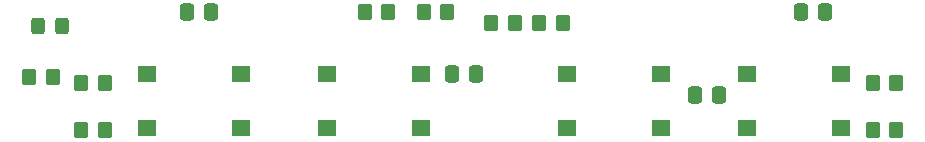
<source format=gtp>
G04 #@! TF.GenerationSoftware,KiCad,Pcbnew,(7.0.0)*
G04 #@! TF.CreationDate,2023-03-05T21:40:28-06:00*
G04 #@! TF.ProjectId,Phone_Audio_FM_Transmitter,50686f6e-655f-4417-9564-696f5f464d5f,1*
G04 #@! TF.SameCoordinates,Original*
G04 #@! TF.FileFunction,Paste,Top*
G04 #@! TF.FilePolarity,Positive*
%FSLAX46Y46*%
G04 Gerber Fmt 4.6, Leading zero omitted, Abs format (unit mm)*
G04 Created by KiCad (PCBNEW (7.0.0)) date 2023-03-05 21:40:28*
%MOMM*%
%LPD*%
G01*
G04 APERTURE LIST*
G04 Aperture macros list*
%AMRoundRect*
0 Rectangle with rounded corners*
0 $1 Rounding radius*
0 $2 $3 $4 $5 $6 $7 $8 $9 X,Y pos of 4 corners*
0 Add a 4 corners polygon primitive as box body*
4,1,4,$2,$3,$4,$5,$6,$7,$8,$9,$2,$3,0*
0 Add four circle primitives for the rounded corners*
1,1,$1+$1,$2,$3*
1,1,$1+$1,$4,$5*
1,1,$1+$1,$6,$7*
1,1,$1+$1,$8,$9*
0 Add four rect primitives between the rounded corners*
20,1,$1+$1,$2,$3,$4,$5,0*
20,1,$1+$1,$4,$5,$6,$7,0*
20,1,$1+$1,$6,$7,$8,$9,0*
20,1,$1+$1,$8,$9,$2,$3,0*%
G04 Aperture macros list end*
%ADD10RoundRect,0.250000X-0.350000X-0.450000X0.350000X-0.450000X0.350000X0.450000X-0.350000X0.450000X0*%
%ADD11RoundRect,0.250000X0.350000X0.450000X-0.350000X0.450000X-0.350000X-0.450000X0.350000X-0.450000X0*%
%ADD12RoundRect,0.250000X-0.337500X-0.475000X0.337500X-0.475000X0.337500X0.475000X-0.337500X0.475000X0*%
%ADD13R,1.600000X1.400000*%
%ADD14RoundRect,0.250000X-0.325000X-0.450000X0.325000X-0.450000X0.325000X0.450000X-0.325000X0.450000X0*%
G04 APERTURE END LIST*
D10*
X115586000Y-94488000D03*
X117586000Y-94488000D03*
D11*
X189000000Y-99000000D03*
X187000000Y-99000000D03*
D12*
X180925000Y-89000000D03*
X183000000Y-89000000D03*
D11*
X189000000Y-95000000D03*
X187000000Y-95000000D03*
D10*
X144000000Y-89000000D03*
X146000000Y-89000000D03*
D12*
X151362500Y-94234000D03*
X153437500Y-94234000D03*
D10*
X158766000Y-89916000D03*
X160766000Y-89916000D03*
D13*
X176339999Y-94269999D03*
X184339999Y-94269999D03*
X176339999Y-98769999D03*
X184339999Y-98769999D03*
D10*
X154702000Y-89916000D03*
X156702000Y-89916000D03*
D13*
X125539999Y-94269999D03*
X133539999Y-94269999D03*
X125539999Y-98769999D03*
X133539999Y-98769999D03*
X140779999Y-94269999D03*
X148779999Y-94269999D03*
X140779999Y-98769999D03*
X148779999Y-98769999D03*
D12*
X171925000Y-96000000D03*
X174000000Y-96000000D03*
D10*
X149000000Y-89000000D03*
X151000000Y-89000000D03*
X120000000Y-95000000D03*
X122000000Y-95000000D03*
D14*
X116323000Y-90170000D03*
X118373000Y-90170000D03*
D10*
X120000000Y-99000000D03*
X122000000Y-99000000D03*
D12*
X128925000Y-89000000D03*
X131000000Y-89000000D03*
D13*
X161099999Y-94269999D03*
X169099999Y-94269999D03*
X161099999Y-98769999D03*
X169099999Y-98769999D03*
M02*

</source>
